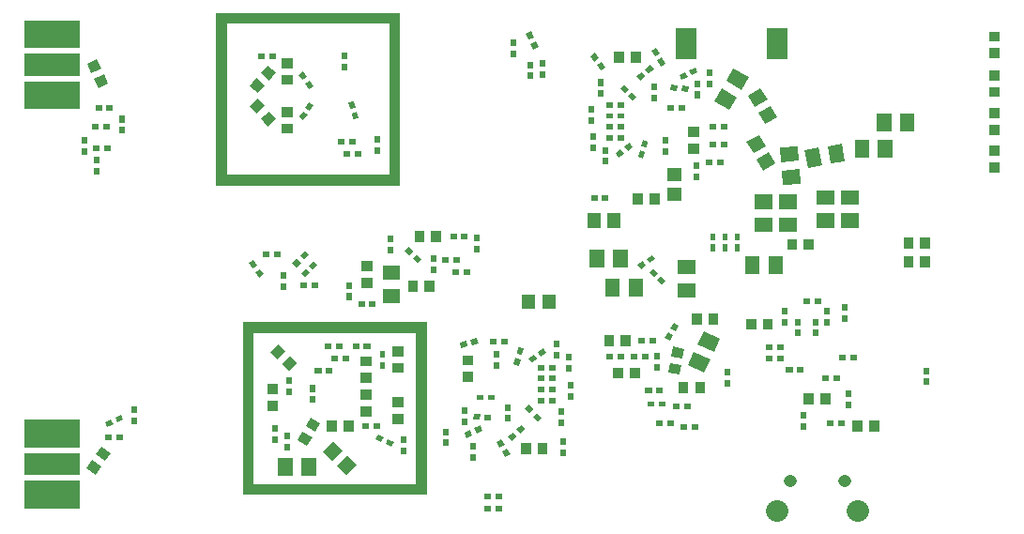
<source format=gbp>
G04 start of page 13 for group -4014 idx -4014 *
G04 Title: v2_0, bottompaste *
G04 Creator: pcb 4.2.0 *
G04 CreationDate: Sun Sep 29 12:02:10 2019 UTC *
G04 For: user *
G04 Format: Gerber/RS-274X *
G04 PCB-Dimensions (mm): 140.00 90.00 *
G04 PCB-Coordinate-Origin: lower left *
%MOMM*%
%FSLAX43Y43*%
%LNGBP*%
%ADD151C,1.100*%
%ADD150C,1.950*%
%ADD149C,0.002*%
G54D149*G36*
X101150Y38200D02*X100650D01*
Y37600D01*
X101150D01*
Y38200D01*
G37*
G36*
Y37200D02*X100650D01*
Y36600D01*
X101150D01*
Y37200D01*
G37*
G36*
X51000Y33150D02*Y32650D01*
X51600D01*
Y33150D01*
X51000D01*
G37*
G36*
X50000D02*Y32650D01*
X50600D01*
Y33150D01*
X50000D01*
G37*
G36*
X49050Y45900D02*X48550D01*
Y45300D01*
X49050D01*
Y45900D01*
G37*
G36*
Y44900D02*X48550D01*
Y44300D01*
X49050D01*
Y44900D01*
G37*
G36*
X68350Y30800D02*X67850D01*
Y30200D01*
X68350D01*
Y30800D01*
G37*
G36*
Y31800D02*X67850D01*
Y31200D01*
X68350D01*
Y31800D01*
G37*
G36*
X62350Y39700D02*X61850D01*
Y39100D01*
X62350D01*
Y39700D01*
G37*
G36*
Y38700D02*X61850D01*
Y38100D01*
X62350D01*
Y38700D01*
G37*
G36*
X61500Y40750D02*Y40250D01*
X62100D01*
Y40750D01*
X61500D01*
G37*
G36*
X62500D02*Y40250D01*
X63100D01*
Y40750D01*
X62500D01*
G37*
G36*
X65800Y36450D02*Y35950D01*
X66400D01*
Y36450D01*
X65800D01*
G37*
G36*
X66800D02*Y35950D01*
X67400D01*
Y36450D01*
X66800D01*
G37*
G36*
X69050Y36900D02*X68550D01*
Y36300D01*
X69050D01*
Y36900D01*
G37*
G36*
Y35900D02*X68550D01*
Y35300D01*
X69050D01*
Y35900D01*
G37*
G36*
X59000Y39300D02*Y38400D01*
X60000D01*
Y39300D01*
X59000D01*
G37*
G36*
Y37800D02*Y36900D01*
X60000D01*
Y37800D01*
X59000D01*
G37*
G36*
X61300Y35750D02*Y35250D01*
X61900D01*
Y35750D01*
X61300D01*
G37*
G36*
X60300D02*Y35250D01*
X60900D01*
Y35750D01*
X60300D01*
G37*
G36*
X66700Y31400D02*X65800D01*
Y30400D01*
X66700D01*
Y31400D01*
G37*
G36*
X65200D02*X64300D01*
Y30400D01*
X65200D01*
Y31400D01*
G37*
G36*
X66800Y37450D02*Y36950D01*
X67400D01*
Y37450D01*
X66800D01*
G37*
G36*
X65800D02*Y36950D01*
X66400D01*
Y37450D01*
X65800D01*
G37*
G36*
X67750Y40600D02*X67250D01*
Y40000D01*
X67750D01*
Y40600D01*
G37*
G36*
Y39600D02*X67250D01*
Y39000D01*
X67750D01*
Y39600D01*
G37*
G36*
X68850Y39400D02*X68350D01*
Y38800D01*
X68850D01*
Y39400D01*
G37*
G36*
Y38400D02*X68350D01*
Y37800D01*
X68850D01*
Y38400D01*
G37*
G36*
X65800Y35450D02*Y34950D01*
X66400D01*
Y35450D01*
X65800D01*
G37*
G36*
X66800D02*Y34950D01*
X67400D01*
Y35450D01*
X66800D01*
G37*
G36*
X65800Y38450D02*Y37950D01*
X66400D01*
Y38450D01*
X65800D01*
G37*
G36*
X66800D02*Y37950D01*
X67400D01*
Y38450D01*
X66800D01*
G37*
G36*
X68150Y33500D02*X67650D01*
Y32900D01*
X68150D01*
Y33500D01*
G37*
G36*
Y34500D02*X67650D01*
Y33900D01*
X68150D01*
Y34500D01*
G37*
G36*
X65011Y34842D02*X64658Y34489D01*
X65082Y34065D01*
X65435Y34418D01*
X65011Y34842D01*
G37*
G36*
X65718Y34135D02*X65365Y33782D01*
X65789Y33358D01*
X66142Y33711D01*
X65718Y34135D01*
G37*
G36*
X65780Y38981D02*X65493Y39390D01*
X65001Y39046D01*
X65288Y38636D01*
X65780Y38981D01*
G37*
G36*
X66599Y39554D02*X66312Y39964D01*
X65820Y39619D01*
X66107Y39210D01*
X66599Y39554D01*
G37*
G36*
X64549Y39908D02*X64066Y40038D01*
X63910Y39458D01*
X64393Y39328D01*
X64549Y39908D01*
G37*
G36*
X64290Y38942D02*X63807Y39072D01*
X63651Y38492D01*
X64134Y38362D01*
X64290Y38942D01*
G37*
G36*
X63350Y34900D02*X62850D01*
Y34300D01*
X63350D01*
Y34900D01*
G37*
G36*
Y33900D02*X62850D01*
Y33300D01*
X63350D01*
Y33900D01*
G37*
G36*
X63017Y30852D02*X62584Y30602D01*
X62883Y30082D01*
X63316Y30332D01*
X63017Y30852D01*
G37*
G36*
X62517Y31718D02*X62084Y31468D01*
X62383Y30948D01*
X62816Y31198D01*
X62517Y31718D01*
G37*
G36*
X64673Y32622D02*X64352Y33006D01*
X63893Y32620D01*
X64214Y32237D01*
X64673Y32622D01*
G37*
G36*
X63907Y31980D02*X63586Y32363D01*
X63127Y31978D01*
X63448Y31594D01*
X63907Y31980D01*
G37*
G36*
X59450Y33600D02*X58950D01*
Y33000D01*
X59450D01*
Y33600D01*
G37*
G36*
Y34600D02*X58950D01*
Y34000D01*
X59450D01*
Y34600D01*
G37*
G36*
X61021Y33940D02*X60978Y33442D01*
X61576Y33390D01*
X61619Y33888D01*
X61021Y33940D01*
G37*
G36*
X60025Y34027D02*X59982Y33529D01*
X60579Y33477D01*
X60623Y33975D01*
X60025Y34027D01*
G37*
G36*
X59924Y32089D02*X59713Y32542D01*
X59169Y32289D01*
X59380Y31835D01*
X59924Y32089D01*
G37*
G36*
X60831Y32511D02*X60620Y32965D01*
X60076Y32711D01*
X60287Y32258D01*
X60831Y32511D01*
G37*
G36*
X60250Y30400D02*X59750D01*
Y29800D01*
X60250D01*
Y30400D01*
G37*
G36*
Y31400D02*X59750D01*
Y30800D01*
X60250D01*
Y31400D01*
G37*
G36*
X60438Y40366D02*X60308Y40849D01*
X59728Y40693D01*
X59858Y40210D01*
X60438Y40366D01*
G37*
G36*
X59472Y40107D02*X59342Y40590D01*
X58762Y40434D01*
X58892Y39951D01*
X59472Y40107D01*
G37*
G36*
X41400Y35200D02*Y34300D01*
X42400D01*
Y35200D01*
X41400D01*
G37*
G36*
Y36700D02*Y35800D01*
X42400D01*
Y36700D01*
X41400D01*
G37*
G36*
X49100Y40350D02*Y39850D01*
X49700D01*
Y40350D01*
X49100D01*
G37*
G36*
X50100D02*Y39850D01*
X50700D01*
Y40350D01*
X50100D01*
G37*
G36*
X43650Y37300D02*X43150D01*
Y36700D01*
X43650D01*
Y37300D01*
G37*
G36*
Y36300D02*X43150D01*
Y35700D01*
X43650D01*
Y36300D01*
G37*
G36*
X46700Y38150D02*Y37650D01*
X47300D01*
Y38150D01*
X46700D01*
G37*
G36*
X45700D02*Y37650D01*
X46300D01*
Y38150D01*
X45700D01*
G37*
G36*
X45750Y35600D02*X45250D01*
Y35000D01*
X45750D01*
Y35600D01*
G37*
G36*
Y36600D02*X45250D01*
Y36000D01*
X45750D01*
Y36600D01*
G37*
G36*
X47600Y40350D02*Y39850D01*
X48200D01*
Y40350D01*
X47600D01*
G37*
G36*
X46600D02*Y39850D01*
X47200D01*
Y40350D01*
X46600D01*
G37*
G36*
X48200Y39250D02*Y38750D01*
X48800D01*
Y39250D01*
X48200D01*
G37*
G36*
X47200D02*Y38750D01*
X47800D01*
Y39250D01*
X47200D01*
G37*
G36*
X49800Y36200D02*Y35300D01*
X50800D01*
Y36200D01*
X49800D01*
G37*
G36*
Y34700D02*Y33800D01*
X50800D01*
Y34700D01*
X49800D01*
G37*
G36*
Y39200D02*Y38300D01*
X50800D01*
Y39200D01*
X49800D01*
G37*
G36*
Y37700D02*Y36800D01*
X50800D01*
Y37700D01*
X49800D01*
G37*
G36*
X52050Y38700D02*X51550D01*
Y38100D01*
X52050D01*
Y38700D01*
G37*
G36*
Y39700D02*X51550D01*
Y39100D01*
X52050D01*
Y39700D01*
G37*
G36*
X49200Y33400D02*X48300D01*
Y32400D01*
X49200D01*
Y33400D01*
G37*
G36*
X47700D02*X46800D01*
Y32400D01*
X47700D01*
Y33400D01*
G37*
G36*
X52700Y40100D02*Y39200D01*
X53700D01*
Y40100D01*
X52700D01*
G37*
G36*
Y38600D02*Y37700D01*
X53700D01*
Y38600D01*
X52700D01*
G37*
G36*
X53700Y34600D02*X53700Y35500D01*
X52700Y35500D01*
X52700Y34600D01*
X53700Y34600D01*
G37*
G36*
X52700Y34000D02*Y33100D01*
X53700D01*
Y34000D01*
X52700D01*
G37*
G36*
X51380Y32165D02*X51169Y31711D01*
X51713Y31458D01*
X51924Y31911D01*
X51380Y32165D01*
G37*
G36*
X52287Y31742D02*X52076Y31289D01*
X52620Y31035D01*
X52831Y31489D01*
X52287Y31742D01*
G37*
G36*
X19500Y66500D02*Y64500D01*
X24500D01*
Y66500D01*
X19500D01*
G37*
G36*
Y69500D02*Y67000D01*
X24500D01*
Y69500D01*
X19500D01*
G37*
G36*
Y64000D02*Y61500D01*
X24500D01*
Y64000D01*
X19500D01*
G37*
G36*
X39200Y27700D02*Y26700D01*
X55800D01*
Y27700D01*
X39200D01*
G37*
G36*
X55800Y42300D02*X54800D01*
Y26700D01*
X55800D01*
Y42300D01*
G37*
G36*
X39200D02*Y41300D01*
X55800D01*
Y42300D01*
X39200D01*
G37*
G36*
X40200D02*X39200D01*
Y26700D01*
X40200D01*
Y42300D01*
G37*
G36*
X45800Y30000D02*X44500D01*
Y28400D01*
X45800D01*
Y30000D01*
G37*
G36*
X43700D02*X42400D01*
Y28400D01*
X43700D01*
Y30000D01*
G37*
G36*
X44591Y32387D02*X44141Y31607D01*
X45007Y31107D01*
X45457Y31887D01*
X44591Y32387D01*
G37*
G36*
X45341Y33686D02*X44891Y32906D01*
X45757Y32406D01*
X46207Y33186D01*
X45341Y33686D01*
G37*
G36*
X62000Y25750D02*Y25250D01*
X62600D01*
Y25750D01*
X62000D01*
G37*
G36*
X61000D02*Y25250D01*
X61600D01*
Y25750D01*
X61000D01*
G37*
G36*
X43450Y32300D02*X42950D01*
Y31700D01*
X43450D01*
Y32300D01*
G37*
G36*
Y31300D02*X42950D01*
Y30700D01*
X43450D01*
Y31300D01*
G37*
G36*
X42350Y33000D02*X41850D01*
Y32400D01*
X42350D01*
Y33000D01*
G37*
G36*
Y32000D02*X41850D01*
Y31400D01*
X42350D01*
Y32000D01*
G37*
G36*
X62000Y26850D02*Y26350D01*
X62600D01*
Y26850D01*
X62000D01*
G37*
G36*
X61000D02*Y26350D01*
X61600D01*
Y26850D01*
X61000D01*
G37*
G36*
X42000Y48650D02*Y48150D01*
X42600D01*
Y48650D01*
X42000D01*
G37*
G36*
X41000D02*Y48150D01*
X41600D01*
Y48650D01*
X41000D01*
G37*
G36*
X40146Y47899D02*X39736Y47612D01*
X40081Y47120D01*
X40490Y47407D01*
X40146Y47899D01*
G37*
G36*
X40719Y47080D02*X40310Y46793D01*
X40654Y46301D01*
X41064Y46588D01*
X40719Y47080D01*
G37*
G36*
X52750Y49100D02*X52250D01*
Y48500D01*
X52750D01*
Y49100D01*
G37*
G36*
Y50100D02*X52250D01*
Y49500D01*
X52750D01*
Y50100D01*
G37*
G36*
X57100Y50500D02*X56200D01*
Y49500D01*
X57100D01*
Y50500D01*
G37*
G36*
X55600D02*X54700D01*
Y49500D01*
X55600D01*
Y50500D01*
G37*
G36*
X54889Y48406D02*X54535Y48052D01*
X54960Y47628D01*
X55313Y47982D01*
X54889Y48406D01*
G37*
G36*
X54182Y49113D02*X53828Y48760D01*
X54252Y48335D01*
X54606Y48689D01*
X54182Y49113D01*
G37*
G36*
X50600Y44150D02*Y43650D01*
X51200D01*
Y44150D01*
X50600D01*
G37*
G36*
X49600D02*Y43650D01*
X50200D01*
Y44150D01*
X49600D01*
G37*
G36*
X49900Y46300D02*Y45400D01*
X50900D01*
Y46300D01*
X49900D01*
G37*
G36*
Y47800D02*Y46900D01*
X50900D01*
Y47800D01*
X49900D01*
G37*
G36*
X43150Y45800D02*X42650D01*
Y45200D01*
X43150D01*
Y45800D01*
G37*
G36*
Y46800D02*X42650D01*
Y46200D01*
X43150D01*
Y46800D01*
G37*
G36*
X45400Y45850D02*Y45350D01*
X46000D01*
Y45850D01*
X45400D01*
G37*
G36*
X44400D02*Y45350D01*
X45000D01*
Y45850D01*
X44400D01*
G37*
G36*
X65350Y64800D02*X64850D01*
Y64200D01*
X65350D01*
Y64800D01*
G37*
G36*
Y65800D02*X64850D01*
Y65200D01*
X65350D01*
Y65800D01*
G37*
G36*
X63850Y67800D02*X63350D01*
Y67200D01*
X63850D01*
Y67800D01*
G37*
G36*
Y66800D02*X63350D01*
Y66200D01*
X63850D01*
Y66800D01*
G37*
G36*
X66450Y64900D02*X65950D01*
Y64300D01*
X66450D01*
Y64900D01*
G37*
G36*
Y65900D02*X65950D01*
Y65300D01*
X66450D01*
Y65900D01*
G37*
G36*
X77550Y58000D02*X77050D01*
Y57400D01*
X77550D01*
Y58000D01*
G37*
G36*
Y59000D02*X77050D01*
Y58400D01*
X77550D01*
Y59000D01*
G37*
G36*
X70600Y53750D02*Y53250D01*
X71200D01*
Y53750D01*
X70600D01*
G37*
G36*
X71600D02*Y53250D01*
X72200D01*
Y53750D01*
X71600D01*
G37*
G36*
X73000Y61150D02*Y60650D01*
X73600D01*
Y61150D01*
X73000D01*
G37*
G36*
X72000D02*Y60650D01*
X72600D01*
Y61150D01*
X72000D01*
G37*
G36*
X70850Y60800D02*X70350D01*
Y60200D01*
X70850D01*
Y60800D01*
G37*
G36*
Y61800D02*X70350D01*
Y61200D01*
X70850D01*
Y61800D01*
G37*
G36*
X77500Y61850D02*Y61350D01*
X78100D01*
Y61850D01*
X77500D01*
G37*
G36*
X78500D02*Y61350D01*
X79100D01*
Y61850D01*
X78500D01*
G37*
G36*
X73600Y66700D02*X72700D01*
Y65700D01*
X73600D01*
Y66700D01*
G37*
G36*
X75100D02*X74200D01*
Y65700D01*
X75100D01*
Y66700D01*
G37*
G36*
X72000Y60150D02*Y59650D01*
X72600D01*
Y60150D01*
X72000D01*
G37*
G36*
X73000D02*Y59650D01*
X73600D01*
Y60150D01*
X73000D01*
G37*
G36*
X72150Y57100D02*X71650D01*
Y56500D01*
X72150D01*
Y57100D01*
G37*
G36*
Y58100D02*X71650D01*
Y57500D01*
X72150D01*
Y58100D01*
G37*
G36*
X71050Y58300D02*X70550D01*
Y57700D01*
X71050D01*
Y58300D01*
G37*
G36*
Y59300D02*X70550D01*
Y58700D01*
X71050D01*
Y59300D01*
G37*
G36*
X73000Y62150D02*Y61650D01*
X73600D01*
Y62150D01*
X73000D01*
G37*
G36*
X72000D02*Y61650D01*
X72600D01*
Y62150D01*
X72000D01*
G37*
G36*
X73000Y59150D02*Y58650D01*
X73600D01*
Y59150D01*
X73000D01*
G37*
G36*
X72000D02*Y58650D01*
X72600D01*
Y59150D01*
X72000D01*
G37*
G36*
X71750Y64200D02*X71250D01*
Y63600D01*
X71750D01*
Y64200D01*
G37*
G36*
Y63200D02*X71250D01*
Y62600D01*
X71750D01*
Y63200D01*
G37*
G36*
X74318Y63035D02*X73965Y62682D01*
X74389Y62258D01*
X74742Y62611D01*
X74318Y63035D01*
G37*
G36*
X73611Y63742D02*X73258Y63389D01*
X73682Y62965D01*
X74035Y63318D01*
X73611Y63742D01*
G37*
G36*
X74399Y58054D02*X74112Y58464D01*
X73620Y58119D01*
X73907Y57710D01*
X74399Y58054D01*
G37*
G36*
X73580Y57481D02*X73293Y57890D01*
X72801Y57546D01*
X73088Y57136D01*
X73580Y57481D01*
G37*
G36*
X75490Y57642D02*X75007Y57772D01*
X74851Y57192D01*
X75334Y57062D01*
X75490Y57642D01*
G37*
G36*
X75749Y58608D02*X75266Y58738D01*
X75110Y58158D01*
X75593Y58028D01*
X75749Y58608D01*
G37*
G36*
X76550Y62800D02*X76050D01*
Y62200D01*
X76550D01*
Y62800D01*
G37*
G36*
Y63800D02*X76050D01*
Y63200D01*
X76550D01*
Y63800D01*
G37*
G36*
X76517Y67018D02*X76084Y66768D01*
X76383Y66248D01*
X76816Y66498D01*
X76517Y67018D01*
G37*
G36*
X77017Y66152D02*X76584Y65902D01*
X76883Y65382D01*
X77316Y65632D01*
X77017Y66152D01*
G37*
G36*
X75507Y64480D02*X75186Y64863D01*
X74727Y64478D01*
X75048Y64094D01*
X75507Y64480D01*
G37*
G36*
X76273Y65122D02*X75952Y65506D01*
X75493Y65120D01*
X75814Y64737D01*
X76273Y65122D01*
G37*
G36*
X80450Y64100D02*X79950D01*
Y63500D01*
X80450D01*
Y64100D01*
G37*
G36*
Y63100D02*X79950D01*
Y62500D01*
X80450D01*
Y63100D01*
G37*
G36*
X77824Y63710D02*X77781Y63212D01*
X78379Y63160D01*
X78422Y63658D01*
X77824Y63710D01*
G37*
G36*
X78821Y63623D02*X78777Y63125D01*
X79375Y63073D01*
X79418Y63571D01*
X78821Y63623D01*
G37*
G36*
X80231Y64811D02*X80020Y65265D01*
X79476Y65011D01*
X79687Y64558D01*
X80231Y64811D01*
G37*
G36*
X79324Y64389D02*X79113Y64842D01*
X78569Y64589D01*
X78780Y64135D01*
X79324Y64389D01*
G37*
G36*
X81550Y65100D02*X81050D01*
Y64500D01*
X81550D01*
Y65100D01*
G37*
G36*
Y64100D02*X81050D01*
Y63500D01*
X81550D01*
Y64100D01*
G37*
G36*
X70988Y66581D02*X70579Y66294D01*
X70923Y65802D01*
X71333Y66089D01*
X70988Y66581D01*
G37*
G36*
X71562Y65761D02*X71153Y65475D01*
X71497Y64983D01*
X71906Y65270D01*
X71562Y65761D01*
G37*
G36*
X94050Y35100D02*X93550D01*
Y34500D01*
X94050D01*
Y35100D01*
G37*
G36*
Y36100D02*X93550D01*
Y35500D01*
X94050D01*
Y36100D01*
G37*
G36*
X59100Y47050D02*Y46550D01*
X59700D01*
Y47050D01*
X59100D01*
G37*
G36*
X58100D02*Y46550D01*
X58700D01*
Y47050D01*
X58100D01*
G37*
G36*
X88350Y43600D02*X87850D01*
Y43000D01*
X88350D01*
Y43600D01*
G37*
G36*
Y42600D02*X87850D01*
Y42000D01*
X88350D01*
Y42600D01*
G37*
G36*
X94000Y39350D02*Y38850D01*
X94600D01*
Y39350D01*
X94000D01*
G37*
G36*
X93000D02*Y38850D01*
X93600D01*
Y39350D01*
X93000D01*
G37*
G36*
X95100Y33400D02*X94200D01*
Y32400D01*
X95100D01*
Y33400D01*
G37*
G36*
X96600D02*X95700D01*
Y32400D01*
X96600D01*
Y33400D01*
G37*
G36*
X93750Y42900D02*X93250D01*
Y42300D01*
X93750D01*
Y42900D01*
G37*
G36*
Y43900D02*X93250D01*
Y43300D01*
X93750D01*
Y43900D01*
G37*
G36*
X89800Y44450D02*Y43950D01*
X90400D01*
Y44450D01*
X89800D01*
G37*
G36*
X90800D02*Y43950D01*
X91400D01*
Y44450D01*
X90800D01*
G37*
G36*
X88200Y38250D02*Y37750D01*
X88800D01*
Y38250D01*
X88200D01*
G37*
G36*
X89200D02*Y37750D01*
X89800D01*
Y38250D01*
X89200D01*
G37*
G36*
X91150Y42600D02*X90650D01*
Y42000D01*
X91150D01*
Y42600D01*
G37*
G36*
Y41600D02*X90650D01*
Y41000D01*
X91150D01*
Y41600D01*
G37*
G36*
X92150Y43600D02*X91650D01*
Y43000D01*
X92150D01*
Y43600D01*
G37*
G36*
Y42600D02*X91650D01*
Y42000D01*
X92150D01*
Y42600D01*
G37*
G36*
X76500Y36350D02*Y35850D01*
X77100D01*
Y36350D01*
X76500D01*
G37*
G36*
X75500D02*Y35850D01*
X76100D01*
Y36350D01*
X75500D01*
G37*
G36*
X85500Y42600D02*X84600D01*
Y41600D01*
X85500D01*
Y42600D01*
G37*
G36*
X87000D02*X86100D01*
Y41600D01*
X87000D01*
Y42600D01*
G37*
G36*
X76850Y38500D02*X76350D01*
Y37900D01*
X76850D01*
Y38500D01*
G37*
G36*
Y39500D02*X76350D01*
Y38900D01*
X76850D01*
Y39500D01*
G37*
G36*
X74200Y39450D02*Y38950D01*
X74800D01*
Y39450D01*
X74200D01*
G37*
G36*
X75200D02*Y38950D01*
X75800D01*
Y39450D01*
X75200D01*
G37*
G36*
X83150Y38100D02*X82650D01*
Y37500D01*
X83150D01*
Y38100D01*
G37*
G36*
Y37100D02*X82650D01*
Y36500D01*
X83150D01*
Y37100D01*
G37*
G36*
X73500Y38200D02*X72600D01*
Y37200D01*
X73500D01*
Y38200D01*
G37*
G36*
X75000D02*X74100D01*
Y37200D01*
X75000D01*
Y38200D01*
G37*
G36*
X80900Y36900D02*X80000D01*
Y35900D01*
X80900D01*
Y36900D01*
G37*
G36*
X79400D02*X78500D01*
Y35900D01*
X79400D01*
Y36900D01*
G37*
G36*
X75700Y35150D02*Y34650D01*
X76300D01*
Y35150D01*
X75700D01*
G37*
G36*
X76700D02*Y34650D01*
X77300D01*
Y35150D01*
X76700D01*
G37*
G36*
X79000Y34950D02*Y34450D01*
X79600D01*
Y34950D01*
X79000D01*
G37*
G36*
X78000D02*Y34450D01*
X78600D01*
Y34950D01*
X78000D01*
G37*
G36*
X79700Y33050D02*Y32550D01*
X80300D01*
Y33050D01*
X79700D01*
G37*
G36*
X78700D02*Y32550D01*
X79300D01*
Y33050D01*
X78700D01*
G37*
G36*
X77500Y33450D02*Y32950D01*
X78100D01*
Y33450D01*
X77500D01*
G37*
G36*
X76500D02*Y32950D01*
X77100D01*
Y33450D01*
X76500D01*
G37*
G36*
X78400Y45800D02*Y44500D01*
X80000D01*
Y45800D01*
X78400D01*
G37*
G36*
Y47900D02*Y46600D01*
X80000D01*
Y47900D01*
X78400D01*
G37*
G36*
X75300Y53900D02*X74400D01*
Y52900D01*
X75300D01*
Y53900D01*
G37*
G36*
X76800D02*X75900D01*
Y52900D01*
X76800D01*
Y53900D01*
G37*
G36*
X73900Y48800D02*X72600D01*
Y47200D01*
X73900D01*
Y48800D01*
G37*
G36*
X71800D02*X70500D01*
Y47200D01*
X71800D01*
Y48800D01*
G37*
G36*
X75300Y46200D02*X74000D01*
Y44600D01*
X75300D01*
Y46200D01*
G37*
G36*
X73200D02*X71900D01*
Y44600D01*
X73200D01*
Y46200D01*
G37*
G36*
X80350Y55700D02*X79850D01*
Y55100D01*
X80350D01*
Y55700D01*
G37*
G36*
Y56700D02*X79850D01*
Y56100D01*
X80350D01*
Y56700D01*
G37*
G36*
X90700Y35900D02*X89800D01*
Y34900D01*
X90700D01*
Y35900D01*
G37*
G36*
X92200D02*X91300D01*
Y34900D01*
X92200D01*
Y35900D01*
G37*
G36*
X51800Y47400D02*Y46100D01*
X53400D01*
Y47400D01*
X51800D01*
G37*
G36*
Y45300D02*Y44000D01*
X53400D01*
Y45300D01*
X51800D01*
G37*
G36*
X25150Y58000D02*X24650D01*
Y57400D01*
X25150D01*
Y58000D01*
G37*
G36*
Y59000D02*X24650D01*
Y58400D01*
X25150D01*
Y59000D01*
G37*
G36*
X25600Y60150D02*Y59650D01*
X26200D01*
Y60150D01*
X25600D01*
G37*
G36*
X26600D02*Y59650D01*
X27200D01*
Y60150D01*
X26600D01*
G37*
G36*
X26900Y61850D02*Y61350D01*
X27500D01*
Y61850D01*
X26900D01*
G37*
G36*
X25900D02*Y61350D01*
X26500D01*
Y61850D01*
X25900D01*
G37*
G36*
X27060Y63823D02*X26680Y64639D01*
X25774Y64217D01*
X26154Y63401D01*
X27060Y63823D01*
G37*
G36*
X26426Y65183D02*X26046Y65999D01*
X25140Y65577D01*
X25520Y64761D01*
X26426Y65183D01*
G37*
G36*
X25700Y58250D02*Y57750D01*
X26300D01*
Y58250D01*
X25700D01*
G37*
G36*
X26700D02*Y57750D01*
X27300D01*
Y58250D01*
X26700D01*
G37*
G36*
X26250Y56200D02*X25750D01*
Y55600D01*
X26250D01*
Y56200D01*
G37*
G36*
Y57200D02*X25750D01*
Y56600D01*
X26250D01*
Y57200D01*
G37*
G36*
X28550Y60900D02*X28050D01*
Y60300D01*
X28550D01*
Y60900D01*
G37*
G36*
Y59900D02*X28050D01*
Y59300D01*
X28550D01*
Y59900D01*
G37*
G36*
X44435Y47682D02*X44082Y48035D01*
X43658Y47611D01*
X44011Y47258D01*
X44435Y47682D01*
G37*
G36*
X45142Y48389D02*X44789Y48742D01*
X44365Y48318D01*
X44718Y47965D01*
X45142Y48389D01*
G37*
G36*
X45235Y46782D02*X44882Y47135D01*
X44458Y46711D01*
X44811Y46358D01*
X45235Y46782D01*
G37*
G36*
X45942Y47489D02*X45589Y47842D01*
X45165Y47418D01*
X45518Y47065D01*
X45942Y47489D01*
G37*
G36*
X82300Y60150D02*Y59650D01*
X82900D01*
Y60150D01*
X82300D01*
G37*
G36*
X81300D02*Y59650D01*
X81900D01*
Y60150D01*
X81300D01*
G37*
G36*
X82300Y58550D02*Y58050D01*
X82900D01*
Y58550D01*
X82300D01*
G37*
G36*
X81300D02*Y58050D01*
X81900D01*
Y58550D01*
X81300D01*
G37*
G36*
X84050Y49300D02*X83550D01*
Y48700D01*
X84050D01*
Y49300D01*
G37*
G36*
Y50300D02*X83550D01*
Y49700D01*
X84050D01*
Y50300D01*
G37*
G36*
X82950Y49300D02*X82450D01*
Y48700D01*
X82950D01*
Y49300D01*
G37*
G36*
Y50300D02*X82450D01*
Y49700D01*
X82950D01*
Y50300D01*
G37*
G36*
X81850Y49300D02*X81350D01*
Y48700D01*
X81850D01*
Y49300D01*
G37*
G36*
Y50300D02*X81350D01*
Y49700D01*
X81850D01*
Y50300D01*
G37*
G36*
X101200Y48200D02*X100300D01*
Y47200D01*
X101200D01*
Y48200D01*
G37*
G36*
X99700D02*X98800D01*
Y47200D01*
X99700D01*
Y48200D01*
G37*
G36*
X101200Y49900D02*X100300D01*
Y48900D01*
X101200D01*
Y49900D01*
G37*
G36*
X99700D02*X98800D01*
Y48900D01*
X99700D01*
Y49900D01*
G37*
G36*
X79400Y58400D02*Y57500D01*
X80400D01*
Y58400D01*
X79400D01*
G37*
G36*
Y59900D02*Y59000D01*
X80400D01*
Y59900D01*
X79400D01*
G37*
G36*
X106500Y61600D02*Y60700D01*
X107500D01*
Y61600D01*
X106500D01*
G37*
G36*
Y60100D02*Y59200D01*
X107500D01*
Y60100D01*
X106500D01*
G37*
G36*
Y56700D02*Y55800D01*
X107500D01*
Y56700D01*
X106500D01*
G37*
G36*
Y58200D02*Y57300D01*
X107500D01*
Y58200D01*
X106500D01*
G37*
G36*
Y68500D02*Y67600D01*
X107500D01*
Y68500D01*
X106500D01*
G37*
G36*
Y67000D02*Y66100D01*
X107500D01*
Y67000D01*
X106500D01*
G37*
G36*
Y63500D02*Y62600D01*
X107500D01*
Y63500D01*
X106500D01*
G37*
G36*
Y65000D02*Y64100D01*
X107500D01*
Y65000D01*
X106500D01*
G37*
G36*
X82000Y56950D02*Y56450D01*
X82600D01*
Y56950D01*
X82000D01*
G37*
G36*
X81000D02*Y56450D01*
X81600D01*
Y56950D01*
X81000D01*
G37*
G36*
X88300Y68800D02*X86500D01*
Y66000D01*
X88300D01*
Y68800D01*
G37*
G36*
X80100D02*X78300D01*
Y66000D01*
X80100D01*
Y68800D01*
G37*
G36*
X90700Y49800D02*X89800D01*
Y48800D01*
X90700D01*
Y49800D01*
G37*
G36*
X89200D02*X88300D01*
Y48800D01*
X89200D01*
Y49800D01*
G37*
G36*
X93200Y52100D02*Y50800D01*
X94800D01*
Y52100D01*
X93200D01*
G37*
G36*
Y54200D02*Y52900D01*
X94800D01*
Y54200D01*
X93200D01*
G37*
G36*
X91000Y52100D02*Y50800D01*
X92600D01*
Y52100D01*
X91000D01*
G37*
G36*
Y54200D02*Y52900D01*
X92600D01*
Y54200D01*
X91000D01*
G37*
G36*
X95700Y58700D02*X94400D01*
Y57100D01*
X95700D01*
Y58700D01*
G37*
G36*
X97800D02*X96500D01*
Y57100D01*
X97800D01*
Y58700D01*
G37*
G36*
X97700Y61100D02*X96400D01*
Y59500D01*
X97700D01*
Y61100D01*
G37*
G36*
X99800D02*X98500D01*
Y59500D01*
X99800D01*
Y61100D01*
G37*
G36*
X85400Y51700D02*Y50400D01*
X87000D01*
Y51700D01*
X85400D01*
G37*
G36*
Y53800D02*Y52500D01*
X87000D01*
Y53800D01*
X85400D01*
G37*
G36*
X87600Y51700D02*Y50400D01*
X89200D01*
Y51700D01*
X87600D01*
G37*
G36*
Y53800D02*Y52500D01*
X89200D01*
Y53800D01*
X87600D01*
G37*
G36*
X91167Y58019D02*X89887Y57793D01*
X90165Y56217D01*
X91445Y56443D01*
X91167Y58019D01*
G37*
G36*
X93236Y58383D02*X91955Y58158D01*
X92232Y56582D01*
X93513Y56807D01*
X93236Y58383D01*
G37*
G36*
X89362Y56868D02*X89249Y58163D01*
X87655Y58024D01*
X87768Y56729D01*
X89362Y56868D01*
G37*
G36*
X89545Y54776D02*X89432Y56071D01*
X87838Y55932D01*
X87951Y54637D01*
X89545Y54776D01*
G37*
G36*
X83438Y65174D02*X82789Y64048D01*
X84175Y63249D01*
X84824Y64375D01*
X83438Y65174D01*
G37*
G36*
X82389Y63356D02*X81739Y62230D01*
X83125Y61430D01*
X83775Y62556D01*
X82389Y63356D01*
G37*
G36*
X19500Y30500D02*Y28500D01*
X24500D01*
Y30500D01*
X19500D01*
G37*
G36*
Y28000D02*Y25500D01*
X24500D01*
Y28000D01*
X19500D01*
G37*
G36*
Y33500D02*Y31000D01*
X24500D01*
Y33500D01*
X19500D01*
G37*
G36*
X26800Y32150D02*Y31650D01*
X27400D01*
Y32150D01*
X26800D01*
G37*
G36*
X27800D02*Y31650D01*
X28400D01*
Y32150D01*
X27800D01*
G37*
G36*
X29650Y33700D02*X29150D01*
Y33100D01*
X29650D01*
Y33700D01*
G37*
G36*
Y34700D02*X29150D01*
Y34100D01*
X29650D01*
Y34700D01*
G37*
G36*
X26478Y31070D02*X25963Y30332D01*
X26782Y29759D01*
X27298Y30496D01*
X26478Y31070D01*
G37*
G36*
X25618Y29841D02*X25102Y29104D01*
X25922Y28530D01*
X26437Y29268D01*
X25618Y29841D01*
G37*
G36*
X27524Y33089D02*X27313Y33542D01*
X26769Y33289D01*
X26980Y32835D01*
X27524Y33089D01*
G37*
G36*
X28431Y33511D02*X28220Y33965D01*
X27676Y33711D01*
X27887Y33258D01*
X28431Y33511D01*
G37*
G36*
X44102Y38605D02*X43466Y39241D01*
X42759Y38534D01*
X43395Y37898D01*
X44102Y38605D01*
G37*
G36*
X43041Y39666D02*X42405Y40302D01*
X41698Y39595D01*
X42334Y38959D01*
X43041Y39666D01*
G37*
G36*
X85800Y48200D02*X84500D01*
Y46600D01*
X85800D01*
Y48200D01*
G37*
G36*
X87900D02*X86600D01*
Y46600D01*
X87900D01*
Y48200D01*
G37*
G36*
X74900Y40850D02*Y40350D01*
X75500D01*
Y40850D01*
X74900D01*
G37*
G36*
X75900D02*Y40350D01*
X76500D01*
Y40850D01*
X75900D01*
G37*
G36*
X73000Y39450D02*Y38950D01*
X73600D01*
Y39450D01*
X73000D01*
G37*
G36*
X72000D02*Y38950D01*
X72600D01*
Y39450D01*
X72000D01*
G37*
G36*
X72700Y41100D02*X71800D01*
Y40100D01*
X72700D01*
Y41100D01*
G37*
G36*
X74200D02*X73300D01*
Y40100D01*
X74200D01*
Y41100D01*
G37*
G36*
X60550Y49200D02*X60050D01*
Y48600D01*
X60550D01*
Y49200D01*
G37*
G36*
Y50200D02*X60050D01*
Y49600D01*
X60550D01*
Y50200D01*
G37*
G36*
X58900Y50250D02*Y49750D01*
X59500D01*
Y50250D01*
X58900D01*
G37*
G36*
X57900D02*Y49750D01*
X58500D01*
Y50250D01*
X57900D01*
G37*
G36*
X65602Y67624D02*X65149Y67413D01*
X65403Y66869D01*
X65856Y67080D01*
X65602Y67624D01*
G37*
G36*
X65180Y68530D02*X64727Y68319D01*
X64980Y67775D01*
X65433Y67987D01*
X65180Y68530D01*
G37*
G36*
X76918Y46435D02*X76565Y46082D01*
X76989Y45658D01*
X77342Y46011D01*
X76918Y46435D01*
G37*
G36*
X76211Y47142D02*X75858Y46789D01*
X76282Y46365D01*
X76635Y46718D01*
X76211Y47142D01*
G37*
G36*
X76399Y47954D02*X76112Y48364D01*
X75620Y48019D01*
X75907Y47610D01*
X76399Y47954D01*
G37*
G36*
X75580Y47381D02*X75293Y47790D01*
X74801Y47446D01*
X75088Y47036D01*
X75580Y47381D01*
G37*
G36*
X57200Y48150D02*Y47650D01*
X57800D01*
Y48150D01*
X57200D01*
G37*
G36*
X58200D02*Y47650D01*
X58800D01*
Y48150D01*
X58200D01*
G37*
G36*
X56650Y48300D02*X56150D01*
Y47700D01*
X56650D01*
Y48300D01*
G37*
G36*
Y47300D02*X56150D01*
Y46700D01*
X56650D01*
Y47300D01*
G37*
G36*
X91500Y37450D02*Y36950D01*
X92100D01*
Y37450D01*
X91500D01*
G37*
G36*
X92500D02*Y36950D01*
X93100D01*
Y37450D01*
X92500D01*
G37*
G36*
X87400Y39250D02*Y38750D01*
X88000D01*
Y39250D01*
X87400D01*
G37*
G36*
X86400D02*Y38750D01*
X87000D01*
Y39250D01*
X86400D01*
G37*
G36*
X87400Y40250D02*Y39750D01*
X88000D01*
Y40250D01*
X87400D01*
G37*
G36*
X86400D02*Y39750D01*
X87000D01*
Y40250D01*
X86400D01*
G37*
G36*
X57750Y32700D02*X57250D01*
Y32100D01*
X57750D01*
Y32700D01*
G37*
G36*
Y31700D02*X57250D01*
Y31100D01*
X57750D01*
Y31700D01*
G37*
G36*
X53950Y31000D02*X53450D01*
Y30400D01*
X53950D01*
Y31000D01*
G37*
G36*
Y32000D02*X53450D01*
Y31400D01*
X53950D01*
Y32000D01*
G37*
G36*
X90050Y34200D02*X89550D01*
Y33600D01*
X90050D01*
Y34200D01*
G37*
G36*
Y33200D02*X89550D01*
Y32600D01*
X90050D01*
Y33200D01*
G37*
G36*
X92900Y33450D02*Y32950D01*
X93500D01*
Y33450D01*
X92900D01*
G37*
G36*
X91900D02*Y32950D01*
X92500D01*
Y33450D01*
X91900D01*
G37*
G36*
X89550Y42600D02*X89050D01*
Y42000D01*
X89550D01*
Y42600D01*
G37*
G36*
Y41600D02*X89050D01*
Y41000D01*
X89550D01*
Y41600D01*
G37*
G36*
X55000Y46000D02*X54100D01*
Y45000D01*
X55000D01*
Y46000D01*
G37*
G36*
X56500D02*X55600D01*
Y45000D01*
X56500D01*
Y46000D01*
G37*
G36*
X78016Y40069D02*X77860Y39182D01*
X78844Y39008D01*
X79001Y39895D01*
X78016Y40069D01*
G37*
G36*
X77756Y38592D02*X77599Y37705D01*
X78584Y37531D01*
X78740Y38418D01*
X77756Y38592D01*
G37*
G36*
X79906Y39575D02*X79357Y38397D01*
X80807Y37721D01*
X81356Y38900D01*
X79906Y39575D01*
G37*
G36*
X80793Y41479D02*X80244Y40300D01*
X81694Y39625D01*
X82243Y40803D01*
X80793Y41479D01*
G37*
G36*
X78016Y41102D02*X77583Y41352D01*
X77284Y40832D01*
X77717Y40582D01*
X78016Y41102D01*
G37*
G36*
X78517Y41968D02*X78083Y42218D01*
X77783Y41698D01*
X78217Y41448D01*
X78517Y41968D01*
G37*
G36*
X80600Y43100D02*X79700D01*
Y42100D01*
X80600D01*
Y43100D01*
G37*
G36*
X82100D02*X81200D01*
Y42100D01*
X82100D01*
Y43100D01*
G37*
G36*
X51550Y58100D02*X51050D01*
Y57500D01*
X51550D01*
Y58100D01*
G37*
G36*
Y59100D02*X51050D01*
Y58500D01*
X51550D01*
Y59100D01*
G37*
G36*
X48300Y57750D02*Y57250D01*
X48900D01*
Y57750D01*
X48300D01*
G37*
G36*
X49300D02*Y57250D01*
X49900D01*
Y57750D01*
X49300D01*
G37*
G36*
X48800Y58850D02*Y58350D01*
X49400D01*
Y58850D01*
X48800D01*
G37*
G36*
X47800D02*Y58350D01*
X48400D01*
Y58850D01*
X47800D01*
G37*
G36*
X36800Y55600D02*Y54600D01*
X53400D01*
Y55600D01*
X36800D01*
G37*
G36*
X53400Y70200D02*X52400D01*
Y54600D01*
X53400D01*
Y70200D01*
G37*
G36*
X36800D02*Y69200D01*
X53400D01*
Y70200D01*
X36800D01*
G37*
G36*
X37800D02*X36800D01*
Y54600D01*
X37800D01*
Y70200D01*
G37*
G36*
X41600Y66550D02*Y66050D01*
X42200D01*
Y66550D01*
X41600D01*
G37*
G36*
X40600D02*Y66050D01*
X41200D01*
Y66550D01*
X40600D01*
G37*
G36*
X42700Y64600D02*Y63700D01*
X43700D01*
Y64600D01*
X42700D01*
G37*
G36*
Y66100D02*Y65200D01*
X43700D01*
Y66100D01*
X42700D01*
G37*
G36*
Y61700D02*Y60800D01*
X43700D01*
Y61700D01*
X42700D01*
G37*
G36*
Y60200D02*Y59300D01*
X43700D01*
Y60200D01*
X42700D01*
G37*
G36*
X41388Y65441D02*X40810Y64751D01*
X41576Y64108D01*
X42154Y64798D01*
X41388Y65441D01*
G37*
G36*
X40424Y64292D02*X39846Y63602D01*
X40612Y62959D01*
X41190Y63649D01*
X40424Y64292D01*
G37*
G36*
X42154Y60602D02*X41576Y61292D01*
X40810Y60649D01*
X41388Y59959D01*
X42154Y60602D01*
G37*
G36*
X41190Y61751D02*X40612Y62441D01*
X39846Y61798D01*
X40424Y61108D01*
X41190Y61751D01*
G37*
G36*
X45029Y61017D02*X44620Y61304D01*
X44276Y60813D01*
X44685Y60526D01*
X45029Y61017D01*
G37*
G36*
X45603Y61836D02*X45193Y62123D01*
X44849Y61632D01*
X45259Y61345D01*
X45603Y61836D01*
G37*
G36*
X44646Y64899D02*X44236Y64612D01*
X44581Y64120D01*
X44990Y64407D01*
X44646Y64899D01*
G37*
G36*
X45219Y64080D02*X44810Y63793D01*
X45154Y63301D01*
X45564Y63588D01*
X45219Y64080D01*
G37*
G36*
X49493Y61272D02*X49010Y61142D01*
X49166Y60562D01*
X49649Y60692D01*
X49493Y61272D01*
G37*
G36*
X49234Y62238D02*X48751Y62108D01*
X48907Y61528D01*
X49390Y61658D01*
X49234Y62238D01*
G37*
G36*
X48650Y66600D02*X48150D01*
Y66000D01*
X48650D01*
Y66600D01*
G37*
G36*
Y65600D02*X48150D01*
Y65000D01*
X48650D01*
Y65600D01*
G37*
G54D150*X87300Y25300D02*X87400D01*
X94600D02*X94700D01*
G54D151*X88500Y28000D02*X88600D01*
X93400D02*X93500D01*
G54D149*G36*
X67400Y44800D02*X66200D01*
Y43500D01*
X67400D01*
Y44800D01*
G37*
G36*
X65600D02*X64400D01*
Y43500D01*
X65600D01*
Y44800D01*
G37*
G36*
X49485Y29407D02*X48635Y30254D01*
X47717Y29333D01*
X48567Y28486D01*
X49485Y29407D01*
G37*
G36*
X48212Y30676D02*X47365Y31526D01*
X46444Y30609D01*
X47291Y29759D01*
X48212Y30676D01*
G37*
G36*
X71500Y52100D02*X70300D01*
Y50800D01*
X71500D01*
Y52100D01*
G37*
G36*
X73300D02*X72100D01*
Y50800D01*
X73300D01*
Y52100D01*
G37*
G36*
X77500Y54400D02*Y53200D01*
X78800D01*
Y54400D01*
X77500D01*
G37*
G36*
Y56200D02*Y55000D01*
X78800D01*
Y56200D01*
X77500D01*
G37*
G36*
X87270Y56601D02*X86670Y57640D01*
X85544Y56990D01*
X86144Y55951D01*
X87270Y56601D01*
G37*
G36*
X86370Y58161D02*X85769Y59199D01*
X84644Y58548D01*
X85245Y57510D01*
X86370Y58161D01*
G37*
G36*
X87419Y60787D02*X86820Y61827D01*
X85694Y61177D01*
X86293Y60138D01*
X87419Y60787D01*
G37*
G36*
X86520Y62346D02*X85920Y63386D01*
X84794Y62736D01*
X85394Y61696D01*
X86520Y62346D01*
G37*
M02*

</source>
